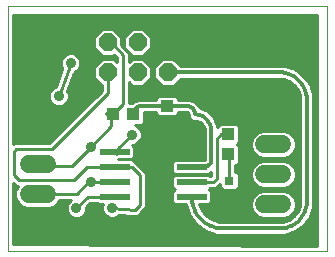
<source format=gtl>
G75*
%MOIN*%
%OFA0B0*%
%FSLAX24Y24*%
%IPPOS*%
%LPD*%
%AMOC8*
5,1,8,0,0,1.08239X$1,22.5*
%
%ADD10C,0.0000*%
%ADD11C,0.0600*%
%ADD12R,0.1000X0.0197*%
%ADD13R,0.0394X0.0433*%
%ADD14R,0.0433X0.0394*%
%ADD15R,0.0315X0.0315*%
%ADD16OC8,0.0600*%
%ADD17C,0.0100*%
%ADD18C,0.0356*%
%ADD19C,0.0160*%
%ADD20C,0.0120*%
%ADD21C,0.0360*%
D10*
X000163Y000665D02*
X000163Y008814D01*
X010792Y008814D01*
X010792Y000665D01*
X000163Y000665D01*
D11*
X000863Y002558D02*
X001463Y002558D01*
X001463Y003558D02*
X000863Y003558D01*
X000863Y004558D02*
X001463Y004558D01*
X008709Y004216D02*
X009309Y004216D01*
X009309Y005216D02*
X008709Y005216D01*
X008709Y003216D02*
X009309Y003216D01*
X009309Y002216D02*
X008709Y002216D01*
D12*
X006289Y002466D03*
X006289Y002962D03*
X006289Y003462D03*
X006289Y003962D03*
X003729Y003966D03*
X003729Y003466D03*
X003729Y002966D03*
X003729Y002466D03*
D13*
X003674Y005216D03*
X004344Y005216D03*
D14*
X005462Y005495D03*
X005462Y004826D03*
X007509Y004551D03*
X007509Y003881D03*
D15*
X007540Y003003D03*
X007540Y002413D03*
D16*
X005493Y006621D03*
X004493Y006621D03*
X003493Y006621D03*
X003493Y007621D03*
X004493Y007621D03*
X005493Y007621D03*
D17*
X004943Y007658D02*
X010477Y007658D01*
X010477Y007560D02*
X004943Y007560D01*
X004943Y007461D02*
X010477Y007461D01*
X010477Y007363D02*
X004871Y007363D01*
X004943Y007435D02*
X004680Y007171D01*
X004307Y007171D01*
X004043Y007435D01*
X004043Y007808D01*
X004307Y008071D01*
X004680Y008071D01*
X004943Y007808D01*
X004943Y007435D01*
X004772Y007264D02*
X010477Y007264D01*
X010477Y007166D02*
X004181Y007166D01*
X004181Y007195D02*
X004185Y007273D01*
X004181Y007277D01*
X004181Y007283D01*
X004126Y007338D01*
X003943Y007540D01*
X003943Y007808D01*
X003680Y008071D01*
X003307Y008071D01*
X003043Y007808D01*
X003043Y007435D01*
X003307Y007171D01*
X003680Y007171D01*
X003710Y007202D01*
X003781Y007123D01*
X003781Y006970D01*
X003680Y007071D01*
X003307Y007071D01*
X003043Y006808D01*
X003043Y006435D01*
X003293Y006185D01*
X003293Y006007D01*
X001536Y004251D01*
X000355Y004251D01*
X000320Y004215D01*
X000320Y008539D01*
X010477Y008539D01*
X010477Y000822D01*
X000320Y000901D01*
X000320Y002941D01*
X000434Y002827D01*
X000495Y002827D01*
X000481Y002813D01*
X000413Y002648D01*
X000413Y002469D01*
X000481Y002303D01*
X000608Y002177D01*
X000773Y002108D01*
X001552Y002108D01*
X001717Y002177D01*
X001844Y002303D01*
X001867Y002358D01*
X002258Y002358D01*
X002168Y002268D01*
X002118Y002147D01*
X002118Y002017D01*
X002168Y001896D01*
X002260Y001804D01*
X002381Y001754D01*
X002511Y001754D01*
X002632Y001804D01*
X002724Y001896D01*
X002774Y002017D01*
X002774Y002127D01*
X002913Y002266D01*
X003118Y002266D01*
X003167Y002217D01*
X003333Y002217D01*
X003309Y002159D01*
X003309Y002028D01*
X003359Y001907D01*
X003452Y001814D01*
X003573Y001763D01*
X003705Y001763D01*
X003826Y001814D01*
X003879Y001867D01*
X004290Y001823D01*
X004299Y001815D01*
X004371Y001815D01*
X004443Y001807D01*
X004452Y001815D01*
X004464Y001815D01*
X004515Y001866D01*
X004572Y001911D01*
X004573Y001923D01*
X004644Y001995D01*
X004761Y002112D01*
X004761Y003268D01*
X004491Y003538D01*
X004374Y003655D01*
X004351Y003655D01*
X004291Y003714D01*
X003844Y003714D01*
X003847Y003717D01*
X004291Y003717D01*
X004379Y003805D01*
X004379Y004126D01*
X004301Y004205D01*
X004357Y004205D01*
X004478Y004255D01*
X004571Y004348D01*
X004621Y004469D01*
X004621Y004600D01*
X004571Y004722D01*
X004478Y004814D01*
X004394Y004849D01*
X004603Y004849D01*
X004690Y004937D01*
X004690Y005285D01*
X005095Y005285D01*
X005095Y005236D01*
X005183Y005149D01*
X005740Y005149D01*
X005828Y005236D01*
X005828Y005285D01*
X006119Y005285D01*
X006133Y005284D01*
X006158Y005274D01*
X006177Y005255D01*
X006187Y005229D01*
X006189Y005216D01*
X006189Y005129D01*
X006312Y005006D01*
X006399Y005006D01*
X006462Y005000D01*
X006580Y004951D01*
X006669Y004861D01*
X006718Y004744D01*
X006724Y004680D01*
X006724Y003710D01*
X005727Y003710D01*
X005639Y003622D01*
X005639Y003301D01*
X005727Y003214D01*
X006851Y003214D01*
X006931Y003293D01*
X006931Y003149D01*
X006930Y003148D01*
X006913Y003148D01*
X006851Y003210D01*
X005727Y003210D01*
X005639Y003122D01*
X005639Y002801D01*
X005726Y002714D01*
X005639Y002626D01*
X005639Y002305D01*
X005727Y002217D01*
X006095Y002217D01*
X006203Y001885D01*
X006438Y001562D01*
X006438Y001562D01*
X006762Y001326D01*
X007142Y001203D01*
X009394Y001203D01*
X009730Y001312D01*
X009730Y001312D01*
X010016Y001520D01*
X010224Y001805D01*
X010224Y001805D01*
X010333Y002142D01*
X010477Y002142D01*
X010477Y002044D02*
X010301Y002044D01*
X010333Y002142D02*
X010333Y005883D01*
X010223Y006222D01*
X010013Y006511D01*
X010013Y006511D01*
X010013Y006511D01*
X009724Y006721D01*
X009384Y006831D01*
X005920Y006831D01*
X005680Y007071D01*
X005307Y007071D01*
X005043Y006808D01*
X005043Y006435D01*
X005307Y006171D01*
X005680Y006171D01*
X005920Y006411D01*
X009206Y006411D01*
X009316Y006403D01*
X009527Y006334D01*
X009706Y006204D01*
X009836Y006025D01*
X009904Y005815D01*
X009913Y005704D01*
X009913Y002318D01*
X009905Y002209D01*
X009837Y002002D01*
X009709Y001826D01*
X009533Y001699D01*
X009326Y001631D01*
X009218Y001623D01*
X007342Y001623D01*
X007210Y001633D01*
X006959Y001715D01*
X006746Y001870D01*
X006591Y002083D01*
X006547Y002217D01*
X006851Y002217D01*
X006939Y002305D01*
X006939Y002626D01*
X006852Y002714D01*
X006886Y002748D01*
X007096Y002748D01*
X007213Y002865D01*
X007233Y002885D01*
X007233Y002784D01*
X007321Y002696D01*
X007760Y002696D01*
X007848Y002784D01*
X007848Y003223D01*
X007760Y003311D01*
X007740Y003311D01*
X007740Y003534D01*
X007788Y003534D01*
X007876Y003622D01*
X007876Y004140D01*
X007800Y004216D01*
X007876Y004292D01*
X007876Y004810D01*
X007788Y004897D01*
X007230Y004897D01*
X007144Y004811D01*
X007144Y004829D01*
X007031Y005103D01*
X006821Y005312D01*
X006565Y005418D01*
X006534Y005493D01*
X006534Y005493D01*
X006397Y005631D01*
X006397Y005631D01*
X006217Y005705D01*
X005828Y005705D01*
X005828Y005754D01*
X005740Y005842D01*
X005183Y005842D01*
X005095Y005754D01*
X005095Y005705D01*
X004526Y005705D01*
X004346Y005631D01*
X004297Y005582D01*
X004181Y005582D01*
X004181Y006297D01*
X004307Y006171D01*
X004680Y006171D01*
X004943Y006435D01*
X004943Y006808D01*
X004680Y007071D01*
X004307Y007071D01*
X004181Y006946D01*
X004181Y007195D01*
X004185Y007264D02*
X004214Y007264D01*
X004116Y007363D02*
X004104Y007363D01*
X004043Y007461D02*
X004015Y007461D01*
X004043Y007560D02*
X003943Y007560D01*
X003943Y007658D02*
X004043Y007658D01*
X004043Y007757D02*
X003943Y007757D01*
X003896Y007855D02*
X004091Y007855D01*
X004189Y007954D02*
X003797Y007954D01*
X003699Y008052D02*
X004288Y008052D01*
X004699Y008052D02*
X010477Y008052D01*
X010477Y007954D02*
X004797Y007954D01*
X004896Y007855D02*
X010477Y007855D01*
X010477Y007757D02*
X004943Y007757D01*
X004684Y007067D02*
X005303Y007067D01*
X005204Y006969D02*
X004782Y006969D01*
X004881Y006870D02*
X005106Y006870D01*
X005043Y006772D02*
X004943Y006772D01*
X004943Y006673D02*
X005043Y006673D01*
X005043Y006575D02*
X004943Y006575D01*
X004943Y006476D02*
X005043Y006476D01*
X005101Y006378D02*
X004886Y006378D01*
X004787Y006279D02*
X005199Y006279D01*
X005298Y006181D02*
X004689Y006181D01*
X004298Y006181D02*
X004181Y006181D01*
X004181Y006279D02*
X004199Y006279D01*
X004181Y006082D02*
X009795Y006082D01*
X009850Y005984D02*
X004181Y005984D01*
X004181Y005885D02*
X009882Y005885D01*
X009907Y005787D02*
X005796Y005787D01*
X005689Y006181D02*
X009723Y006181D01*
X009603Y006279D02*
X005787Y006279D01*
X005886Y006378D02*
X009393Y006378D01*
X009724Y006721D02*
X009724Y006721D01*
X009790Y006673D02*
X010477Y006673D01*
X010477Y006772D02*
X009568Y006772D01*
X009925Y006575D02*
X010477Y006575D01*
X010477Y006476D02*
X010038Y006476D01*
X010110Y006378D02*
X010477Y006378D01*
X010477Y006279D02*
X010181Y006279D01*
X010223Y006222D02*
X010223Y006222D01*
X010236Y006181D02*
X010477Y006181D01*
X010477Y006082D02*
X010268Y006082D01*
X010300Y005984D02*
X010477Y005984D01*
X010477Y005885D02*
X010332Y005885D01*
X010333Y005787D02*
X010477Y005787D01*
X010477Y005688D02*
X010333Y005688D01*
X010333Y005590D02*
X010477Y005590D01*
X010477Y005491D02*
X010333Y005491D01*
X010333Y005393D02*
X010477Y005393D01*
X010477Y005294D02*
X010333Y005294D01*
X010333Y005196D02*
X010477Y005196D01*
X010477Y005097D02*
X010333Y005097D01*
X010333Y004999D02*
X010477Y004999D01*
X010477Y004900D02*
X010333Y004900D01*
X010333Y004802D02*
X010477Y004802D01*
X010477Y004703D02*
X010333Y004703D01*
X010333Y004605D02*
X010477Y004605D01*
X010477Y004506D02*
X010333Y004506D01*
X010333Y004408D02*
X010477Y004408D01*
X010477Y004309D02*
X010333Y004309D01*
X010333Y004211D02*
X010477Y004211D01*
X010477Y004112D02*
X010333Y004112D01*
X010333Y004014D02*
X010477Y004014D01*
X010477Y003915D02*
X010333Y003915D01*
X010333Y003817D02*
X010477Y003817D01*
X010477Y003718D02*
X010333Y003718D01*
X010333Y003620D02*
X010477Y003620D01*
X010477Y003521D02*
X010333Y003521D01*
X010333Y003423D02*
X010477Y003423D01*
X010477Y003324D02*
X010333Y003324D01*
X010333Y003226D02*
X010477Y003226D01*
X010477Y003127D02*
X010333Y003127D01*
X010333Y003029D02*
X010477Y003029D01*
X010477Y002930D02*
X010333Y002930D01*
X010333Y002832D02*
X010477Y002832D01*
X010477Y002733D02*
X010333Y002733D01*
X010333Y002635D02*
X010477Y002635D01*
X010477Y002536D02*
X010333Y002536D01*
X010333Y002438D02*
X010477Y002438D01*
X010477Y002339D02*
X010333Y002339D01*
X010333Y002241D02*
X010477Y002241D01*
X010477Y001945D02*
X010269Y001945D01*
X010237Y001847D02*
X010477Y001847D01*
X010477Y001748D02*
X010182Y001748D01*
X010111Y001650D02*
X010477Y001650D01*
X010477Y001551D02*
X010039Y001551D01*
X010016Y001520D02*
X010016Y001520D01*
X010016Y001520D01*
X009924Y001453D02*
X010477Y001453D01*
X010477Y001354D02*
X009789Y001354D01*
X009557Y001256D02*
X010477Y001256D01*
X010477Y001157D02*
X000320Y001157D01*
X000320Y001059D02*
X010477Y001059D01*
X010477Y000960D02*
X000320Y000960D01*
X000320Y001256D02*
X006979Y001256D01*
X006723Y001354D02*
X000320Y001354D01*
X000320Y001453D02*
X006588Y001453D01*
X006452Y001551D02*
X000320Y001551D01*
X000320Y001650D02*
X006374Y001650D01*
X006302Y001748D02*
X000320Y001748D01*
X000320Y001847D02*
X002217Y001847D01*
X002148Y001945D02*
X000320Y001945D01*
X000320Y002044D02*
X002118Y002044D01*
X002118Y002142D02*
X001634Y002142D01*
X001781Y002241D02*
X002157Y002241D01*
X002239Y002339D02*
X001859Y002339D01*
X002450Y002558D02*
X002840Y002948D01*
X002918Y002948D01*
X003711Y002948D01*
X003729Y002966D01*
X003751Y003455D02*
X003729Y003466D01*
X003751Y003455D02*
X003942Y003455D01*
X003937Y003460D01*
X002800Y003460D01*
X002367Y003027D01*
X000517Y003027D01*
X000359Y003184D01*
X000359Y003972D01*
X000438Y004051D01*
X001619Y004051D01*
X003493Y005925D01*
X003493Y006621D01*
X003199Y006279D02*
X002231Y006279D01*
X002196Y006181D02*
X003293Y006181D01*
X003293Y006082D02*
X002161Y006082D01*
X002134Y006007D02*
X002350Y006611D01*
X002435Y006646D01*
X002527Y006739D01*
X002577Y006859D01*
X002577Y006990D01*
X002527Y007110D01*
X002435Y007203D01*
X002314Y007253D01*
X002184Y007253D01*
X002063Y007203D01*
X001971Y007110D01*
X001921Y006990D01*
X001921Y006859D01*
X001971Y006739D01*
X001755Y006136D01*
X001670Y006100D01*
X001577Y006008D01*
X001527Y005887D01*
X001527Y005757D01*
X001577Y005636D01*
X001670Y005544D01*
X001790Y005494D01*
X001921Y005494D01*
X002041Y005544D01*
X002134Y005636D01*
X002184Y005757D01*
X002184Y005887D01*
X002134Y006007D01*
X002144Y005984D02*
X003270Y005984D01*
X003171Y005885D02*
X002184Y005885D01*
X002184Y005787D02*
X003073Y005787D01*
X002974Y005688D02*
X002155Y005688D01*
X002087Y005590D02*
X002876Y005590D01*
X002777Y005491D02*
X000320Y005491D01*
X000320Y005393D02*
X002679Y005393D01*
X002580Y005294D02*
X000320Y005294D01*
X000320Y005196D02*
X002482Y005196D01*
X002383Y005097D02*
X000320Y005097D01*
X000320Y004999D02*
X002285Y004999D01*
X002186Y004900D02*
X000320Y004900D01*
X000320Y004802D02*
X002088Y004802D01*
X001989Y004703D02*
X000320Y004703D01*
X000320Y004605D02*
X001891Y004605D01*
X001792Y004506D02*
X000320Y004506D01*
X000320Y004408D02*
X001694Y004408D01*
X001595Y004309D02*
X000320Y004309D01*
X001163Y003558D02*
X001222Y003499D01*
X002289Y003499D01*
X002918Y004129D01*
X003611Y004822D01*
X003611Y005153D01*
X003674Y005216D02*
X003981Y005562D01*
X003981Y007200D01*
X003600Y007621D01*
X003493Y007621D01*
X003189Y007954D02*
X000320Y007954D01*
X000320Y008052D02*
X003288Y008052D01*
X003091Y007855D02*
X000320Y007855D01*
X000320Y007757D02*
X003043Y007757D01*
X003043Y007658D02*
X000320Y007658D01*
X000320Y007560D02*
X003043Y007560D01*
X003043Y007461D02*
X000320Y007461D01*
X000320Y007363D02*
X003116Y007363D01*
X003214Y007264D02*
X000320Y007264D01*
X000320Y007166D02*
X002026Y007166D01*
X001953Y007067D02*
X000320Y007067D01*
X000320Y006969D02*
X001921Y006969D01*
X001921Y006870D02*
X000320Y006870D01*
X000320Y006772D02*
X001957Y006772D01*
X001947Y006673D02*
X000320Y006673D01*
X000320Y006575D02*
X001912Y006575D01*
X001877Y006476D02*
X000320Y006476D01*
X000320Y006378D02*
X001841Y006378D01*
X001806Y006279D02*
X000320Y006279D01*
X000320Y006181D02*
X001771Y006181D01*
X001651Y006082D02*
X000320Y006082D01*
X000320Y005984D02*
X001567Y005984D01*
X001527Y005885D02*
X000320Y005885D01*
X000320Y005787D02*
X001527Y005787D01*
X001556Y005688D02*
X000320Y005688D01*
X000320Y005590D02*
X001624Y005590D01*
X001855Y005822D02*
X002249Y006925D01*
X002462Y006673D02*
X003043Y006673D01*
X003043Y006772D02*
X002541Y006772D01*
X002577Y006870D02*
X003106Y006870D01*
X003204Y006969D02*
X002577Y006969D01*
X002545Y007067D02*
X003303Y007067D01*
X003684Y007067D02*
X003781Y007067D01*
X003743Y007166D02*
X002472Y007166D01*
X002337Y006575D02*
X003043Y006575D01*
X003043Y006476D02*
X002301Y006476D01*
X002266Y006378D02*
X003101Y006378D01*
X004181Y006969D02*
X004204Y006969D01*
X004181Y007067D02*
X004303Y007067D01*
X005684Y007067D02*
X010477Y007067D01*
X010477Y006969D02*
X005782Y006969D01*
X005881Y006870D02*
X010477Y006870D01*
X009913Y005688D02*
X006258Y005688D01*
X006438Y005590D02*
X009913Y005590D01*
X009913Y005491D02*
X006535Y005491D01*
X006627Y005393D02*
X009913Y005393D01*
X009913Y005294D02*
X006839Y005294D01*
X006821Y005312D02*
X006821Y005312D01*
X006938Y005196D02*
X009913Y005196D01*
X009913Y005097D02*
X007033Y005097D01*
X007031Y005103D02*
X007031Y005103D01*
X007074Y004999D02*
X009913Y004999D01*
X009913Y004900D02*
X007115Y004900D01*
X007277Y004551D02*
X007131Y004405D01*
X007131Y003066D01*
X007013Y002948D01*
X006303Y002948D01*
X006289Y002962D01*
X005707Y002733D02*
X004761Y002733D01*
X004761Y002635D02*
X005647Y002635D01*
X005639Y002536D02*
X004761Y002536D01*
X004761Y002438D02*
X005639Y002438D01*
X005639Y002339D02*
X004761Y002339D01*
X004761Y002241D02*
X005704Y002241D01*
X006119Y002142D02*
X004761Y002142D01*
X004693Y002044D02*
X006151Y002044D01*
X006183Y001945D02*
X004595Y001945D01*
X004496Y001847D02*
X006231Y001847D01*
X006619Y002044D02*
X008293Y002044D01*
X008259Y002126D02*
X008327Y001961D01*
X008454Y001834D01*
X008619Y001766D01*
X009398Y001766D01*
X009564Y001834D01*
X009690Y001961D01*
X009759Y002126D01*
X009759Y002305D01*
X009690Y002471D01*
X009564Y002597D01*
X009398Y002666D01*
X008619Y002666D01*
X008454Y002597D01*
X008327Y002471D01*
X008259Y002305D01*
X008259Y002126D01*
X008259Y002142D02*
X006572Y002142D01*
X006691Y001945D02*
X008343Y001945D01*
X008442Y001847D02*
X006778Y001847D01*
X006913Y001748D02*
X009602Y001748D01*
X009576Y001847D02*
X009724Y001847D01*
X009675Y001945D02*
X009796Y001945D01*
X009851Y002044D02*
X009725Y002044D01*
X009759Y002142D02*
X009883Y002142D01*
X009907Y002241D02*
X009759Y002241D01*
X009745Y002339D02*
X009913Y002339D01*
X009913Y002438D02*
X009704Y002438D01*
X009625Y002536D02*
X009913Y002536D01*
X009913Y002635D02*
X009474Y002635D01*
X009398Y002766D02*
X009564Y002834D01*
X009690Y002961D01*
X009759Y003126D01*
X009759Y003305D01*
X009690Y003471D01*
X009564Y003597D01*
X009398Y003666D01*
X008619Y003666D01*
X008454Y003597D01*
X008327Y003471D01*
X008259Y003305D01*
X008259Y003126D01*
X008327Y002961D01*
X008454Y002834D01*
X008619Y002766D01*
X009398Y002766D01*
X009557Y002832D02*
X009913Y002832D01*
X009913Y002733D02*
X007797Y002733D01*
X007848Y002832D02*
X008461Y002832D01*
X008358Y002930D02*
X007848Y002930D01*
X007848Y003029D02*
X008299Y003029D01*
X008259Y003127D02*
X007848Y003127D01*
X007845Y003226D02*
X008259Y003226D01*
X008267Y003324D02*
X007740Y003324D01*
X007740Y003423D02*
X008308Y003423D01*
X008378Y003521D02*
X007740Y003521D01*
X007873Y003620D02*
X008508Y003620D01*
X008619Y003766D02*
X008454Y003834D01*
X008327Y003961D01*
X008259Y004126D01*
X008259Y004305D01*
X008327Y004471D01*
X008454Y004597D01*
X008619Y004666D01*
X009398Y004666D01*
X009564Y004597D01*
X009690Y004471D01*
X009759Y004305D01*
X009759Y004126D01*
X009690Y003961D01*
X009564Y003834D01*
X009398Y003766D01*
X008619Y003766D01*
X008497Y003817D02*
X007876Y003817D01*
X007876Y003915D02*
X008373Y003915D01*
X008306Y004014D02*
X007876Y004014D01*
X007876Y004112D02*
X008265Y004112D01*
X008259Y004211D02*
X007805Y004211D01*
X007876Y004309D02*
X008261Y004309D01*
X008301Y004408D02*
X007876Y004408D01*
X007876Y004506D02*
X008363Y004506D01*
X008472Y004605D02*
X007876Y004605D01*
X007876Y004703D02*
X009913Y004703D01*
X009913Y004605D02*
X009546Y004605D01*
X009655Y004506D02*
X009913Y004506D01*
X009913Y004408D02*
X009717Y004408D01*
X009757Y004309D02*
X009913Y004309D01*
X009913Y004211D02*
X009759Y004211D01*
X009753Y004112D02*
X009913Y004112D01*
X009913Y004014D02*
X009712Y004014D01*
X009645Y003915D02*
X009913Y003915D01*
X009913Y003817D02*
X009521Y003817D01*
X009510Y003620D02*
X009913Y003620D01*
X009913Y003718D02*
X007876Y003718D01*
X007540Y003850D02*
X007509Y003881D01*
X007540Y003850D02*
X007540Y003003D01*
X007233Y002832D02*
X007179Y002832D01*
X007283Y002733D02*
X006871Y002733D01*
X006931Y002635D02*
X008544Y002635D01*
X008393Y002536D02*
X006939Y002536D01*
X006939Y002438D02*
X008314Y002438D01*
X008273Y002339D02*
X006939Y002339D01*
X006874Y002241D02*
X008259Y002241D01*
X007159Y001650D02*
X009383Y001650D01*
X010477Y000862D02*
X005379Y000862D01*
X004069Y001847D02*
X003859Y001847D01*
X003639Y002093D02*
X004381Y002015D01*
X004561Y002195D01*
X004561Y003185D01*
X004291Y003455D01*
X003942Y003455D01*
X004292Y003718D02*
X006724Y003718D01*
X006724Y003817D02*
X004379Y003817D01*
X004379Y003915D02*
X006724Y003915D01*
X006724Y004014D02*
X004379Y004014D01*
X004379Y004112D02*
X006724Y004112D01*
X006724Y004211D02*
X004372Y004211D01*
X004533Y004309D02*
X006724Y004309D01*
X006724Y004408D02*
X004596Y004408D01*
X004621Y004506D02*
X006724Y004506D01*
X006724Y004605D02*
X004620Y004605D01*
X004579Y004703D02*
X006722Y004703D01*
X006694Y004802D02*
X004491Y004802D01*
X004653Y004900D02*
X006630Y004900D01*
X006464Y004999D02*
X004690Y004999D01*
X004690Y005097D02*
X006220Y005097D01*
X006189Y005196D02*
X005788Y005196D01*
X005136Y005196D02*
X004690Y005196D01*
X004305Y005590D02*
X004181Y005590D01*
X004181Y005688D02*
X004484Y005688D01*
X004346Y005631D02*
X004346Y005631D01*
X004181Y005787D02*
X005128Y005787D01*
X004291Y004535D02*
X003841Y004085D01*
X003841Y003995D01*
X003751Y003905D01*
X003729Y003966D01*
X004409Y003620D02*
X005639Y003620D01*
X005639Y003521D02*
X004508Y003521D01*
X004606Y003423D02*
X005639Y003423D01*
X005639Y003324D02*
X004705Y003324D01*
X004761Y003226D02*
X005715Y003226D01*
X005644Y003127D02*
X004761Y003127D01*
X004761Y003029D02*
X005639Y003029D01*
X005639Y002930D02*
X004761Y002930D01*
X004761Y002832D02*
X005639Y002832D01*
X006863Y003226D02*
X006931Y003226D01*
X007277Y004551D02*
X007509Y004551D01*
X007876Y004802D02*
X009913Y004802D01*
X009913Y003521D02*
X009640Y003521D01*
X009710Y003423D02*
X009913Y003423D01*
X009913Y003324D02*
X009751Y003324D01*
X009759Y003226D02*
X009913Y003226D01*
X009913Y003127D02*
X009759Y003127D01*
X009719Y003029D02*
X009913Y003029D01*
X009913Y002930D02*
X009660Y002930D01*
X003729Y002466D02*
X002830Y002466D01*
X002446Y002082D01*
X002675Y001847D02*
X003419Y001847D01*
X003343Y001945D02*
X002744Y001945D01*
X002774Y002044D02*
X003309Y002044D01*
X003309Y002142D02*
X002789Y002142D01*
X002888Y002241D02*
X003144Y002241D01*
X002450Y002558D02*
X001163Y002558D01*
X000691Y002142D02*
X000320Y002142D01*
X000320Y002241D02*
X000544Y002241D01*
X000466Y002339D02*
X000320Y002339D01*
X000320Y002438D02*
X000425Y002438D01*
X000413Y002536D02*
X000320Y002536D01*
X000320Y002635D02*
X000413Y002635D01*
X000448Y002733D02*
X000320Y002733D01*
X000320Y002832D02*
X000429Y002832D01*
X000331Y002930D02*
X000320Y002930D01*
X000320Y008151D02*
X010477Y008151D01*
X010477Y008249D02*
X000320Y008249D01*
X000320Y008348D02*
X010477Y008348D01*
X010477Y008446D02*
X000320Y008446D01*
D18*
X002249Y006925D03*
X001855Y005822D03*
X002918Y004129D03*
X002918Y002948D03*
X002446Y002082D03*
X001580Y001373D03*
X004729Y001295D03*
X004808Y003814D03*
X006540Y003972D03*
D19*
X003674Y005216D02*
X003611Y005153D01*
D20*
X003674Y005216D02*
X003470Y005216D01*
X004343Y005216D02*
X004345Y005247D01*
X004350Y005278D01*
X004359Y005308D01*
X004371Y005337D01*
X004386Y005365D01*
X004404Y005391D01*
X004425Y005414D01*
X004448Y005435D01*
X004474Y005453D01*
X004502Y005468D01*
X004531Y005480D01*
X004561Y005489D01*
X004592Y005494D01*
X004623Y005496D01*
X004623Y005495D02*
X005462Y005495D01*
X006119Y005495D01*
X006119Y005496D02*
X006150Y005494D01*
X006181Y005489D01*
X006211Y005480D01*
X006240Y005468D01*
X006268Y005453D01*
X006294Y005435D01*
X006317Y005414D01*
X006338Y005391D01*
X006356Y005365D01*
X006371Y005337D01*
X006383Y005308D01*
X006392Y005278D01*
X006397Y005247D01*
X006399Y005216D01*
X006399Y005215D02*
X006443Y005213D01*
X006487Y005208D01*
X006530Y005199D01*
X006573Y005186D01*
X006614Y005170D01*
X006654Y005151D01*
X006692Y005128D01*
X006728Y005102D01*
X006761Y005074D01*
X006793Y005042D01*
X006821Y005009D01*
X006847Y004973D01*
X006870Y004935D01*
X006889Y004895D01*
X006905Y004854D01*
X006918Y004811D01*
X006927Y004768D01*
X006932Y004724D01*
X006934Y004680D01*
X006934Y003657D01*
X006932Y003635D01*
X006928Y003613D01*
X006920Y003592D01*
X006909Y003572D01*
X006896Y003554D01*
X006880Y003538D01*
X006862Y003525D01*
X006842Y003514D01*
X006821Y003506D01*
X006799Y003502D01*
X006777Y003500D01*
X006777Y003499D02*
X006326Y003499D01*
X006316Y003498D01*
X006308Y003494D01*
X006300Y003488D01*
X006294Y003481D01*
X006290Y003472D01*
X006289Y003462D01*
X006289Y002466D02*
X006291Y002402D01*
X006297Y002339D01*
X006306Y002276D01*
X006320Y002214D01*
X006337Y002153D01*
X006357Y002093D01*
X006382Y002034D01*
X006410Y001977D01*
X006441Y001921D01*
X006475Y001868D01*
X006513Y001817D01*
X006554Y001768D01*
X006597Y001721D01*
X006644Y001678D01*
X006693Y001637D01*
X006744Y001599D01*
X006797Y001565D01*
X006853Y001534D01*
X006910Y001506D01*
X006969Y001481D01*
X007029Y001461D01*
X007090Y001444D01*
X007152Y001430D01*
X007215Y001421D01*
X007278Y001415D01*
X007342Y001413D01*
X009218Y001413D01*
X009218Y001412D02*
X009277Y001414D01*
X009336Y001420D01*
X009395Y001429D01*
X009452Y001443D01*
X009509Y001460D01*
X009565Y001481D01*
X009619Y001505D01*
X009671Y001533D01*
X009721Y001565D01*
X009770Y001599D01*
X009815Y001637D01*
X009859Y001677D01*
X009899Y001721D01*
X009937Y001766D01*
X009971Y001815D01*
X010003Y001865D01*
X010031Y001917D01*
X010055Y001971D01*
X010076Y002027D01*
X010093Y002084D01*
X010107Y002141D01*
X010116Y002200D01*
X010122Y002259D01*
X010124Y002318D01*
X010123Y002318D02*
X010123Y005704D01*
X010121Y005762D01*
X010116Y005819D01*
X010107Y005876D01*
X010094Y005932D01*
X010078Y005987D01*
X010059Y006042D01*
X010036Y006094D01*
X010010Y006146D01*
X009980Y006195D01*
X009948Y006243D01*
X009913Y006289D01*
X009874Y006332D01*
X009834Y006372D01*
X009791Y006411D01*
X009745Y006446D01*
X009697Y006478D01*
X009648Y006508D01*
X009596Y006534D01*
X009544Y006557D01*
X009489Y006576D01*
X009434Y006592D01*
X009378Y006605D01*
X009321Y006614D01*
X009264Y006619D01*
X009206Y006621D01*
X005493Y006621D01*
D21*
X004291Y004535D03*
X003639Y002093D03*
M02*

</source>
